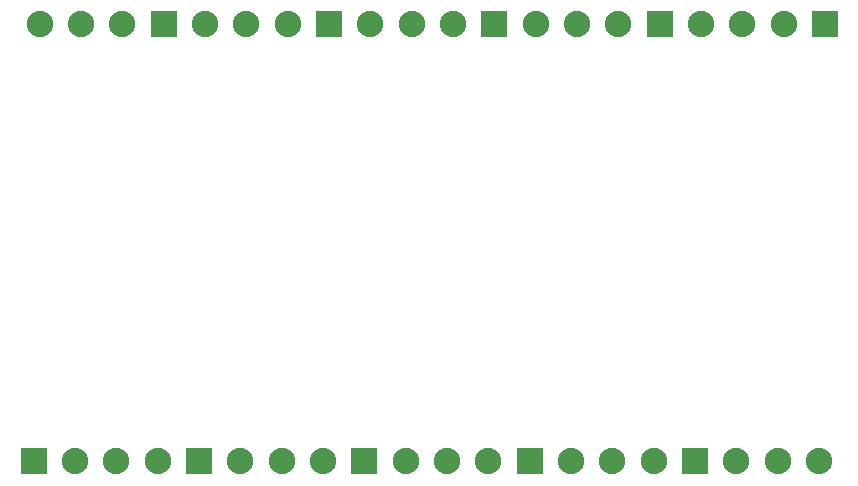
<source format=gbs>
%TF.GenerationSoftware,KiCad,Pcbnew,7.0.6*%
%TF.CreationDate,2024-01-12T02:35:33-05:00*%
%TF.ProjectId,PSA_Controller,5053415f-436f-46e7-9472-6f6c6c65722e,rev?*%
%TF.SameCoordinates,Original*%
%TF.FileFunction,Soldermask,Bot*%
%TF.FilePolarity,Negative*%
%FSLAX46Y46*%
G04 Gerber Fmt 4.6, Leading zero omitted, Abs format (unit mm)*
G04 Created by KiCad (PCBNEW 7.0.6) date 2024-01-12 02:35:33*
%MOMM*%
%LPD*%
G01*
G04 APERTURE LIST*
G04 Aperture macros list*
%AMRoundRect*
0 Rectangle with rounded corners*
0 $1 Rounding radius*
0 $2 $3 $4 $5 $6 $7 $8 $9 X,Y pos of 4 corners*
0 Add a 4 corners polygon primitive as box body*
4,1,4,$2,$3,$4,$5,$6,$7,$8,$9,$2,$3,0*
0 Add four circle primitives for the rounded corners*
1,1,$1+$1,$2,$3*
1,1,$1+$1,$4,$5*
1,1,$1+$1,$6,$7*
1,1,$1+$1,$8,$9*
0 Add four rect primitives between the rounded corners*
20,1,$1+$1,$2,$3,$4,$5,0*
20,1,$1+$1,$4,$5,$6,$7,0*
20,1,$1+$1,$6,$7,$8,$9,0*
20,1,$1+$1,$8,$9,$2,$3,0*%
G04 Aperture macros list end*
%ADD10C,2.235200*%
%ADD11RoundRect,0.101600X-1.016000X-1.016000X1.016000X-1.016000X1.016000X1.016000X-1.016000X1.016000X0*%
%ADD12RoundRect,0.101600X1.016000X1.016000X-1.016000X1.016000X-1.016000X-1.016000X1.016000X-1.016000X0*%
G04 APERTURE END LIST*
D10*
%TO.C,J10*%
X55800000Y6500000D03*
X52300000Y6500000D03*
X48800000Y6500000D03*
D11*
X45300000Y6500000D03*
%TD*%
D12*
%TO.C,J9*%
X28300000Y43500000D03*
D10*
X24800000Y43500000D03*
X21300000Y43500000D03*
X17800000Y43500000D03*
%TD*%
D11*
%TO.C,J8*%
X59300000Y6500000D03*
D10*
X62800000Y6500000D03*
X66300000Y6500000D03*
X69800000Y6500000D03*
%TD*%
D11*
%TO.C,J7*%
X31300000Y6500000D03*
D10*
X34800000Y6500000D03*
X38300000Y6500000D03*
X41800000Y6500000D03*
%TD*%
D11*
%TO.C,J6*%
X17300000Y6500000D03*
D10*
X20800000Y6500000D03*
X24300000Y6500000D03*
X27800000Y6500000D03*
%TD*%
D11*
%TO.C,J5*%
X3300000Y6500000D03*
D10*
X6800000Y6500000D03*
X10300000Y6500000D03*
X13800000Y6500000D03*
%TD*%
D12*
%TO.C,J4*%
X42300000Y43500000D03*
D10*
X38800000Y43500000D03*
X35300000Y43500000D03*
X31800000Y43500000D03*
%TD*%
%TO.C,J3*%
X59800000Y43500000D03*
X63300000Y43500000D03*
X66800000Y43500000D03*
D12*
X70300000Y43500000D03*
%TD*%
D10*
%TO.C,J2*%
X45800000Y43500000D03*
X49300000Y43500000D03*
X52800000Y43500000D03*
D12*
X56300000Y43500000D03*
%TD*%
%TO.C,J1*%
X14300000Y43500000D03*
D10*
X10800000Y43500000D03*
X7300000Y43500000D03*
X3800000Y43500000D03*
%TD*%
M02*

</source>
